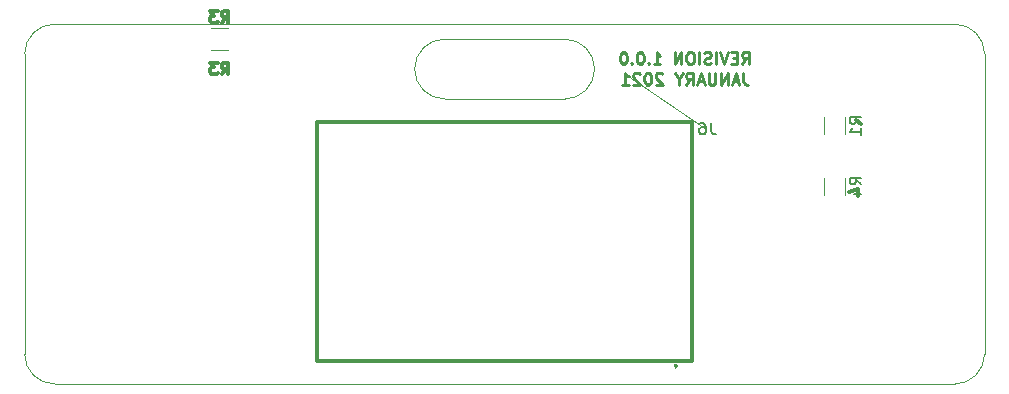
<source format=gbr>
From 54c117b6e8d65e9955a93de95a62e0f9ede7935c Mon Sep 17 00:00:00 2001
From: Blaise Thompson <blaise@untzag.com>
Date: Sun, 24 Jan 2021 22:27:03 -0600
Subject: digital driver prototype

---
 digital-driver/gerber/driver-B_SilkS.gbr | 444 +++++++++++++++++++++++++++++++
 1 file changed, 444 insertions(+)
 create mode 100644 digital-driver/gerber/driver-B_SilkS.gbr

(limited to 'digital-driver/gerber/driver-B_SilkS.gbr')

diff --git a/digital-driver/gerber/driver-B_SilkS.gbr b/digital-driver/gerber/driver-B_SilkS.gbr
new file mode 100644
index 0000000..4ac6471
--- /dev/null
+++ b/digital-driver/gerber/driver-B_SilkS.gbr
@@ -0,0 +1,444 @@
+%TF.GenerationSoftware,KiCad,Pcbnew,5.1.9+dfsg1-1*%
+%TF.CreationDate,2021-01-24T22:19:11-06:00*%
+%TF.ProjectId,driver,64726976-6572-42e6-9b69-6361645f7063,1.0.0*%
+%TF.SameCoordinates,Original*%
+%TF.FileFunction,Legend,Bot*%
+%TF.FilePolarity,Positive*%
+%FSLAX46Y46*%
+G04 Gerber Fmt 4.6, Leading zero omitted, Abs format (unit mm)*
+G04 Created by KiCad (PCBNEW 5.1.9+dfsg1-1) date 2021-01-24 22:19:11*
+%MOMM*%
+%LPD*%
+G01*
+G04 APERTURE LIST*
+%TA.AperFunction,Profile*%
+%ADD10C,0.100000*%
+%TD*%
+%ADD11C,0.250000*%
+%ADD12C,0.120000*%
+%ADD13C,0.100000*%
+%ADD14C,0.300000*%
+%ADD15C,0.150000*%
+G04 APERTURE END LIST*
+D10*
+X121920000Y-85090000D02*
+G75*
+G02*
+X119380000Y-82550000I0J2540000D01*
+G01*
+X165100000Y-78740000D02*
+X88900000Y-78740000D01*
+X119380000Y-82550000D02*
+G75*
+G02*
+X121920000Y-80010000I2540000J0D01*
+G01*
+X132080000Y-80010000D02*
+G75*
+G02*
+X134620000Y-82550000I0J-2540000D01*
+G01*
+X134620000Y-82550000D02*
+G75*
+G02*
+X132080000Y-85090000I-2540000J0D01*
+G01*
+X132080000Y-80010000D02*
+X121920000Y-80010000D01*
+X132080000Y-85090000D02*
+X121920000Y-85090000D01*
+X165100000Y-109220000D02*
+X88900000Y-109220000D01*
+X86360000Y-81280000D02*
+X86360000Y-106680000D01*
+X167640000Y-106680000D02*
+X167640000Y-81280000D01*
+X86360000Y-81280000D02*
+G75*
+G02*
+X88900000Y-78740000I2540000J0D01*
+G01*
+X88900000Y-109220000D02*
+G75*
+G02*
+X86360000Y-106680000I0J2540000D01*
+G01*
+X167640000Y-106680000D02*
+G75*
+G02*
+X165100000Y-109220000I-2540000J0D01*
+G01*
+X165100000Y-78740000D02*
+G75*
+G02*
+X167640000Y-81280000I0J-2540000D01*
+G01*
+D11*
+X147097142Y-82127380D02*
+X147430476Y-81651190D01*
+X147668571Y-82127380D02*
+X147668571Y-81127380D01*
+X147287619Y-81127380D01*
+X147192380Y-81175000D01*
+X147144761Y-81222619D01*
+X147097142Y-81317857D01*
+X147097142Y-81460714D01*
+X147144761Y-81555952D01*
+X147192380Y-81603571D01*
+X147287619Y-81651190D01*
+X147668571Y-81651190D01*
+X146668571Y-81603571D02*
+X146335238Y-81603571D01*
+X146192380Y-82127380D02*
+X146668571Y-82127380D01*
+X146668571Y-81127380D01*
+X146192380Y-81127380D01*
+X145906666Y-81127380D02*
+X145573333Y-82127380D01*
+X145240000Y-81127380D01*
+X144906666Y-82127380D02*
+X144906666Y-81127380D01*
+X144478095Y-82079761D02*
+X144335238Y-82127380D01*
+X144097142Y-82127380D01*
+X144001904Y-82079761D01*
+X143954285Y-82032142D01*
+X143906666Y-81936904D01*
+X143906666Y-81841666D01*
+X143954285Y-81746428D01*
+X144001904Y-81698809D01*
+X144097142Y-81651190D01*
+X144287619Y-81603571D01*
+X144382857Y-81555952D01*
+X144430476Y-81508333D01*
+X144478095Y-81413095D01*
+X144478095Y-81317857D01*
+X144430476Y-81222619D01*
+X144382857Y-81175000D01*
+X144287619Y-81127380D01*
+X144049523Y-81127380D01*
+X143906666Y-81175000D01*
+X143478095Y-82127380D02*
+X143478095Y-81127380D01*
+X142811428Y-81127380D02*
+X142620952Y-81127380D01*
+X142525714Y-81175000D01*
+X142430476Y-81270238D01*
+X142382857Y-81460714D01*
+X142382857Y-81794047D01*
+X142430476Y-81984523D01*
+X142525714Y-82079761D01*
+X142620952Y-82127380D01*
+X142811428Y-82127380D01*
+X142906666Y-82079761D01*
+X143001904Y-81984523D01*
+X143049523Y-81794047D01*
+X143049523Y-81460714D01*
+X143001904Y-81270238D01*
+X142906666Y-81175000D01*
+X142811428Y-81127380D01*
+X141954285Y-82127380D02*
+X141954285Y-81127380D01*
+X141382857Y-82127380D01*
+X141382857Y-81127380D01*
+X139620952Y-82127380D02*
+X140192380Y-82127380D01*
+X139906666Y-82127380D02*
+X139906666Y-81127380D01*
+X140001904Y-81270238D01*
+X140097142Y-81365476D01*
+X140192380Y-81413095D01*
+X139192380Y-82032142D02*
+X139144761Y-82079761D01*
+X139192380Y-82127380D01*
+X139240000Y-82079761D01*
+X139192380Y-82032142D01*
+X139192380Y-82127380D01*
+X138525714Y-81127380D02*
+X138430476Y-81127380D01*
+X138335238Y-81175000D01*
+X138287619Y-81222619D01*
+X138240000Y-81317857D01*
+X138192380Y-81508333D01*
+X138192380Y-81746428D01*
+X138240000Y-81936904D01*
+X138287619Y-82032142D01*
+X138335238Y-82079761D01*
+X138430476Y-82127380D01*
+X138525714Y-82127380D01*
+X138620952Y-82079761D01*
+X138668571Y-82032142D01*
+X138716190Y-81936904D01*
+X138763809Y-81746428D01*
+X138763809Y-81508333D01*
+X138716190Y-81317857D01*
+X138668571Y-81222619D01*
+X138620952Y-81175000D01*
+X138525714Y-81127380D01*
+X137763809Y-82032142D02*
+X137716190Y-82079761D01*
+X137763809Y-82127380D01*
+X137811428Y-82079761D01*
+X137763809Y-82032142D01*
+X137763809Y-82127380D01*
+X137097142Y-81127380D02*
+X137001904Y-81127380D01*
+X136906666Y-81175000D01*
+X136859047Y-81222619D01*
+X136811428Y-81317857D01*
+X136763809Y-81508333D01*
+X136763809Y-81746428D01*
+X136811428Y-81936904D01*
+X136859047Y-82032142D01*
+X136906666Y-82079761D01*
+X137001904Y-82127380D01*
+X137097142Y-82127380D01*
+X137192380Y-82079761D01*
+X137240000Y-82032142D01*
+X137287619Y-81936904D01*
+X137335238Y-81746428D01*
+X137335238Y-81508333D01*
+X137287619Y-81317857D01*
+X137240000Y-81222619D01*
+X137192380Y-81175000D01*
+X137097142Y-81127380D01*
+X147216190Y-82877380D02*
+X147216190Y-83591666D01*
+X147263809Y-83734523D01*
+X147359047Y-83829761D01*
+X147501904Y-83877380D01*
+X147597142Y-83877380D01*
+X146787619Y-83591666D02*
+X146311428Y-83591666D01*
+X146882857Y-83877380D02*
+X146549523Y-82877380D01*
+X146216190Y-83877380D01*
+X145882857Y-83877380D02*
+X145882857Y-82877380D01*
+X145311428Y-83877380D01*
+X145311428Y-82877380D01*
+X144835238Y-82877380D02*
+X144835238Y-83686904D01*
+X144787619Y-83782142D01*
+X144740000Y-83829761D01*
+X144644761Y-83877380D01*
+X144454285Y-83877380D01*
+X144359047Y-83829761D01*
+X144311428Y-83782142D01*
+X144263809Y-83686904D01*
+X144263809Y-82877380D01*
+X143835238Y-83591666D02*
+X143359047Y-83591666D01*
+X143930476Y-83877380D02*
+X143597142Y-82877380D01*
+X143263809Y-83877380D01*
+X142359047Y-83877380D02*
+X142692380Y-83401190D01*
+X142930476Y-83877380D02*
+X142930476Y-82877380D01*
+X142549523Y-82877380D01*
+X142454285Y-82925000D01*
+X142406666Y-82972619D01*
+X142359047Y-83067857D01*
+X142359047Y-83210714D01*
+X142406666Y-83305952D01*
+X142454285Y-83353571D01*
+X142549523Y-83401190D01*
+X142930476Y-83401190D01*
+X141740000Y-83401190D02*
+X141740000Y-83877380D01*
+X142073333Y-82877380D02*
+X141740000Y-83401190D01*
+X141406666Y-82877380D01*
+X140359047Y-82972619D02*
+X140311428Y-82925000D01*
+X140216190Y-82877380D01*
+X139978095Y-82877380D01*
+X139882857Y-82925000D01*
+X139835238Y-82972619D01*
+X139787619Y-83067857D01*
+X139787619Y-83163095D01*
+X139835238Y-83305952D01*
+X140406666Y-83877380D01*
+X139787619Y-83877380D01*
+X139168571Y-82877380D02*
+X139073333Y-82877380D01*
+X138978095Y-82925000D01*
+X138930476Y-82972619D01*
+X138882857Y-83067857D01*
+X138835238Y-83258333D01*
+X138835238Y-83496428D01*
+X138882857Y-83686904D01*
+X138930476Y-83782142D01*
+X138978095Y-83829761D01*
+X139073333Y-83877380D01*
+X139168571Y-83877380D01*
+X139263809Y-83829761D01*
+X139311428Y-83782142D01*
+X139359047Y-83686904D01*
+X139406666Y-83496428D01*
+X139406666Y-83258333D01*
+X139359047Y-83067857D01*
+X139311428Y-82972619D01*
+X139263809Y-82925000D01*
+X139168571Y-82877380D01*
+X138454285Y-82972619D02*
+X138406666Y-82925000D01*
+X138311428Y-82877380D01*
+X138073333Y-82877380D01*
+X137978095Y-82925000D01*
+X137930476Y-82972619D01*
+X137882857Y-83067857D01*
+X137882857Y-83163095D01*
+X137930476Y-83305952D01*
+X138501904Y-83877380D01*
+X137882857Y-83877380D01*
+X136930476Y-83877380D02*
+X137501904Y-83877380D01*
+X137216190Y-83877380D02*
+X137216190Y-82877380D01*
+X137311428Y-83020238D01*
+X137406666Y-83115476D01*
+X137501904Y-83163095D01*
+D12*
+%TO.C,R4*%
+X154030000Y-93209064D02*
+X154030000Y-91754936D01*
+X155850000Y-93209064D02*
+X155850000Y-91754936D01*
+%TO.C,R3*%
+X103597064Y-80920000D02*
+X102142936Y-80920000D01*
+X103597064Y-79100000D02*
+X102142936Y-79100000D01*
+%TO.C,R1*%
+X154030000Y-88077064D02*
+X154030000Y-86622936D01*
+X155850000Y-88077064D02*
+X155850000Y-86622936D01*
+D13*
+%TO.C,J6*%
+X142900000Y-107305000D02*
+X142900000Y-87005000D01*
+X142900000Y-87005000D02*
+X111100000Y-87005000D01*
+X111100000Y-87005000D02*
+X111100000Y-107305000D01*
+X111100000Y-107305000D02*
+X142900000Y-107305000D01*
+D14*
+X141500000Y-107655000D02*
+X141500000Y-107655000D01*
+X141500000Y-107755000D02*
+X141500000Y-107755000D01*
+X141500000Y-107655000D02*
+G75*
+G03*
+X141500000Y-107755000I0J-50000D01*
+G01*
+X141500000Y-107755000D02*
+G75*
+G03*
+X141500000Y-107655000I0J50000D01*
+G01*
+%TD*%
+%TO.C,R4*%
+D15*
+X157212380Y-92315333D02*
+X156736190Y-91982000D01*
+X157212380Y-91743904D02*
+X156212380Y-91743904D01*
+X156212380Y-92124857D01*
+X156260000Y-92220095D01*
+X156307619Y-92267714D01*
+X156402857Y-92315333D01*
+X156545714Y-92315333D01*
+X156640952Y-92267714D01*
+X156688571Y-92220095D01*
+X156736190Y-92124857D01*
+X156736190Y-91743904D01*
+X156545714Y-93172476D02*
+X157212380Y-93172476D01*
+X156164761Y-92934380D02*
+X156879047Y-92696285D01*
+X156879047Y-93315333D01*
+%TO.C,R3*%
+X103036666Y-78642380D02*
+X103370000Y-78166190D01*
+X103608095Y-78642380D02*
+X103608095Y-77642380D01*
+X103227142Y-77642380D01*
+X103131904Y-77690000D01*
+X103084285Y-77737619D01*
+X103036666Y-77832857D01*
+X103036666Y-77975714D01*
+X103084285Y-78070952D01*
+X103131904Y-78118571D01*
+X103227142Y-78166190D01*
+X103608095Y-78166190D01*
+X102703333Y-77642380D02*
+X102084285Y-77642380D01*
+X102417619Y-78023333D01*
+X102274761Y-78023333D01*
+X102179523Y-78070952D01*
+X102131904Y-78118571D01*
+X102084285Y-78213809D01*
+X102084285Y-78451904D01*
+X102131904Y-78547142D01*
+X102179523Y-78594761D01*
+X102274761Y-78642380D01*
+X102560476Y-78642380D01*
+X102655714Y-78594761D01*
+X102703333Y-78547142D01*
+%TO.C,R1*%
+X157212380Y-87183333D02*
+X156736190Y-86850000D01*
+X157212380Y-86611904D02*
+X156212380Y-86611904D01*
+X156212380Y-86992857D01*
+X156260000Y-87088095D01*
+X156307619Y-87135714D01*
+X156402857Y-87183333D01*
+X156545714Y-87183333D01*
+X156640952Y-87135714D01*
+X156688571Y-87088095D01*
+X156736190Y-86992857D01*
+X156736190Y-86611904D01*
+X157212380Y-88135714D02*
+X157212380Y-87564285D01*
+X157212380Y-87850000D02*
+X156212380Y-87850000D01*
+X156355238Y-87754761D01*
+X156450476Y-87659523D01*
+X156498095Y-87564285D01*
+%TO.C,J6*%
+X144478333Y-87082380D02*
+X144478333Y-87796666D01*
+X144525952Y-87939523D01*
+X144621190Y-88034761D01*
+X144764047Y-88082380D01*
+X144859285Y-88082380D01*
+X143573571Y-87082380D02*
+X143764047Y-87082380D01*
+X143859285Y-87130000D01*
+X143906904Y-87177619D01*
+X144002142Y-87320476D01*
+X144049761Y-87510952D01*
+X144049761Y-87891904D01*
+X144002142Y-87987142D01*
+X143954523Y-88034761D01*
+X143859285Y-88082380D01*
+X143668809Y-88082380D01*
+X143573571Y-88034761D01*
+X143525952Y-87987142D01*
+X143478333Y-87891904D01*
+X143478333Y-87653809D01*
+X143525952Y-87558571D01*
+X143573571Y-87510952D01*
+X143668809Y-87463333D01*
+X143859285Y-87463333D01*
+X143954523Y-87510952D01*
+X144002142Y-87558571D01*
+X144049761Y-87653809D01*
+%TD*%
+M02*
-- 
cgit v1.2.3


From 9d678fbace2e4931e39ab5b95b2ec7493a18f549 Mon Sep 17 00:00:00 2001
From: Blaise Thompson <blaise@untzag.com>
Date: Mon, 25 Jan 2021 12:15:05 -0600
Subject: digital-driver readme

---
 digital-driver/gerber/driver-B_SilkS.gbr | 99 ++++++++++++++++----------------
 1 file changed, 50 insertions(+), 49 deletions(-)

(limited to 'digital-driver/gerber/driver-B_SilkS.gbr')

diff --git a/digital-driver/gerber/driver-B_SilkS.gbr b/digital-driver/gerber/driver-B_SilkS.gbr
index 4ac6471..4ce688b 100644
--- a/digital-driver/gerber/driver-B_SilkS.gbr
+++ b/digital-driver/gerber/driver-B_SilkS.gbr
@@ -1,12 +1,12 @@
-%TF.GenerationSoftware,KiCad,Pcbnew,5.1.9+dfsg1-1*%
-%TF.CreationDate,2021-01-24T22:19:11-06:00*%
+%TF.GenerationSoftware,KiCad,Pcbnew,5.1.8+dfsg1-1+b1*%
+%TF.CreationDate,2021-01-25T11:41:01-06:00*%
 %TF.ProjectId,driver,64726976-6572-42e6-9b69-6361645f7063,1.0.0*%
 %TF.SameCoordinates,Original*%
 %TF.FileFunction,Legend,Bot*%
 %TF.FilePolarity,Positive*%
 %FSLAX46Y46*%
 G04 Gerber Fmt 4.6, Leading zero omitted, Abs format (unit mm)*
-G04 Created by KiCad (PCBNEW 5.1.9+dfsg1-1) date 2021-01-24 22:19:11*
+G04 Created by KiCad (PCBNEW 5.1.8+dfsg1-1+b1) date 2021-01-25 11:41:01*
 %MOMM*%
 %LPD*%
 G01*
@@ -16,8 +16,8 @@ G04 APERTURE LIST*
 %TD*%
 %ADD11C,0.250000*%
 %ADD12C,0.120000*%
-%ADD13C,0.100000*%
-%ADD14C,0.300000*%
+%ADD13C,0.300000*%
+%ADD14C,0.100000*%
 %ADD15C,0.150000*%
 G04 APERTURE END LIST*
 D10*
@@ -302,36 +302,37 @@ X137406666Y-83115476D01*
 X137501904Y-83163095D01*
 D12*
 %TO.C,R4*%
-X154030000Y-93209064D02*
-X154030000Y-91754936D01*
 X155850000Y-93209064D02*
 X155850000Y-91754936D01*
+X154030000Y-93209064D02*
+X154030000Y-91754936D01*
 %TO.C,R3*%
-X103597064Y-80920000D02*
-X102142936Y-80920000D01*
 X103597064Y-79100000D02*
 X102142936Y-79100000D01*
+X103597064Y-80920000D02*
+X102142936Y-80920000D01*
 %TO.C,R1*%
-X154030000Y-88077064D02*
-X154030000Y-86622936D01*
 X155850000Y-88077064D02*
 X155850000Y-86622936D01*
+X154030000Y-88077064D02*
+X154030000Y-86622936D01*
 D13*
 %TO.C,J6*%
-X142900000Y-107305000D02*
-X142900000Y-87005000D01*
-X142900000Y-87005000D02*
-X111100000Y-87005000D01*
-X111100000Y-87005000D02*
-X111100000Y-107305000D01*
-X111100000Y-107305000D02*
-X142900000Y-107305000D01*
-D14*
-X141500000Y-107655000D02*
-X141500000Y-107655000D01*
 X141500000Y-107755000D02*
 X141500000Y-107755000D01*
 X141500000Y-107655000D02*
+X141500000Y-107655000D01*
+D14*
+X111100000Y-107305000D02*
+X142900000Y-107305000D01*
+X111100000Y-87005000D02*
+X111100000Y-107305000D01*
+X142900000Y-87005000D02*
+X111100000Y-87005000D01*
+X142900000Y-107305000D02*
+X142900000Y-87005000D01*
+D13*
+X141500000Y-107655000D02*
 G75*
 G03*
 X141500000Y-107755000I0J-50000D01*
@@ -363,33 +364,33 @@ X156164761Y-92934380D02*
 X156879047Y-92696285D01*
 X156879047Y-93315333D01*
 %TO.C,R3*%
-X103036666Y-78642380D02*
-X103370000Y-78166190D01*
-X103608095Y-78642380D02*
-X103608095Y-77642380D01*
-X103227142Y-77642380D01*
-X103131904Y-77690000D01*
-X103084285Y-77737619D01*
-X103036666Y-77832857D01*
-X103036666Y-77975714D01*
-X103084285Y-78070952D01*
-X103131904Y-78118571D01*
-X103227142Y-78166190D01*
-X103608095Y-78166190D01*
-X102703333Y-77642380D02*
-X102084285Y-77642380D01*
-X102417619Y-78023333D01*
-X102274761Y-78023333D01*
-X102179523Y-78070952D01*
-X102131904Y-78118571D01*
-X102084285Y-78213809D01*
-X102084285Y-78451904D01*
-X102131904Y-78547142D01*
-X102179523Y-78594761D01*
-X102274761Y-78642380D01*
-X102560476Y-78642380D01*
-X102655714Y-78594761D01*
-X102703333Y-78547142D01*
+X103036666Y-83002380D02*
+X103370000Y-82526190D01*
+X103608095Y-83002380D02*
+X103608095Y-82002380D01*
+X103227142Y-82002380D01*
+X103131904Y-82050000D01*
+X103084285Y-82097619D01*
+X103036666Y-82192857D01*
+X103036666Y-82335714D01*
+X103084285Y-82430952D01*
+X103131904Y-82478571D01*
+X103227142Y-82526190D01*
+X103608095Y-82526190D01*
+X102703333Y-82002380D02*
+X102084285Y-82002380D01*
+X102417619Y-82383333D01*
+X102274761Y-82383333D01*
+X102179523Y-82430952D01*
+X102131904Y-82478571D01*
+X102084285Y-82573809D01*
+X102084285Y-82811904D01*
+X102131904Y-82907142D01*
+X102179523Y-82954761D01*
+X102274761Y-83002380D01*
+X102560476Y-83002380D01*
+X102655714Y-82954761D01*
+X102703333Y-82907142D01*
 %TO.C,R1*%
 X157212380Y-87183333D02*
 X156736190Y-86850000D01*
-- 
cgit v1.2.3


</source>
